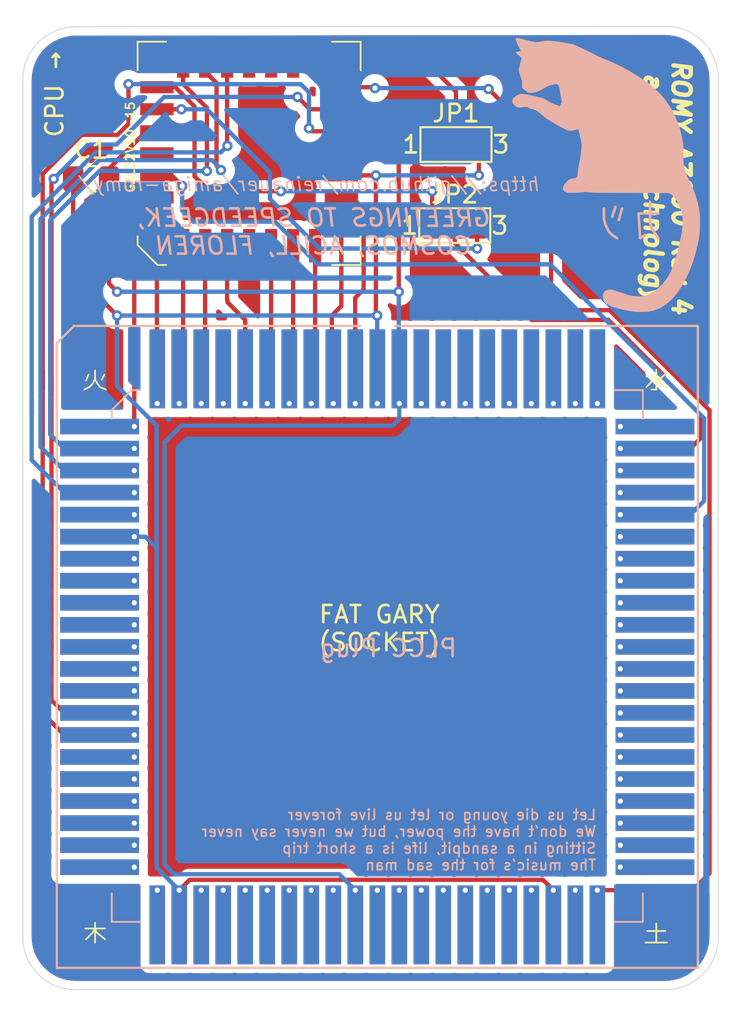
<source format=kicad_pcb>
(kicad_pcb (version 20210228) (generator pcbnew)
  (layers (0 "F.Cu" signal) (31 "B.Cu" signal) (34 "B.Paste" user) (35 "F.Paste" user) (36 "B.SilkS" user "B.Silkscreen") (37 "F.SilkS" user "F.Silkscreen") (38 "B.Mask" user) (39 "F.Mask" user) (44 "Edge.Cuts" user))
  (net 0 "")
  (net 1 "Net-(C1-Pad2)")
  (net 2 "Net-(C1-Pad1)")
  (net 3 "Net-(IC1-Pad25)")
  (net 4 "Net-(IC1-Pad24)")
  (net 5 "Net-(IC1-Pad23)")
  (net 9 "Net-(IC1-Pad19)")
  (net 10 "Net-(IC1-Pad18)")
  (net 11 "Net-(IC1-Pad17)")
  (net 12 "Net-(IC1-Pad16)")
  (net 14 "Net-(IC1-Pad13)")
  (net 15 "Net-(IC1-Pad12)")
  (net 16 "Net-(IC1-Pad11)")
  (net 17 "Net-(IC1-Pad10)")
  (net 18 "Net-(IC1-Pad9)")
  (net 20 "Net-(IC1-Pad7)")
  (net 21 "Net-(IC1-Pad6)")
  (net 22 "Net-(IC1-Pad5)")
  (net 23 "Net-(IC1-Pad26)")
  (net 24 "Net-(IC1-Pad27)")
  (net 25 "Net-(IC1-Pad4)")
  (net 26 "Net-(IC1-Pad3)")
  (net 27 "Net-(IC1-Pad2)")
  (net 39 "Net-(IC2-Pad73)")
  (footprint "Jumper:SolderJumper-3_P1.3mm_Open_Pad1.0x1.5mm_NumberLabels" (layer "F.Cu") (at 110.0836 37.6428)
    (fp_text reference "JP1")
    (fp_text value "SolderJumper_3_Open")
  )
  (footprint "Capacitor_SMD:C_0805_2012Metric_Pad1.18x1.45mm_HandSolder" (layer "F.Cu") (at 89.027 39.624)
    (fp_text reference "C1")
    (fp_text value "0.1uF")
  )
  (footprint "Jumper:SolderJumper-3_P1.3mm_Open_Pad1.0x1.5mm_NumberLabels" (layer "F.Cu") (at 110.012 42.3164)
    (fp_text reference "JP2")
    (fp_text value "SolderJumper_3_Open")
  )
  (footprint "Package_LCC:PLCC-28" (layer "F.Cu") (at 98.1456 38.1508 90)
    (fp_text reference "GAL22V10-15")
    (fp_text value "GAL22V10")
  )
  (footprint "amiga-romy:APW9328TH" (layer "B.Cu") (at 105.5418 66.5982 180)
    (fp_text reference " ")
    (fp_text value "FAT_GARY")
  )
  (gr_poly (pts (xy 118.389281 38.307346) (xy 118.392524 38.322583) (xy 118.397112 38.339933) (xy 118.402968 38.359227) (xy 118.410021 38.380291) (xy 118.427415 38.427044) (xy 118.448702 38.478818) (xy 118.473288 38.534238) (xy 118.50058 38.59193) (xy 118.529984 38.650519) (xy 118.560908 38.708631) (xy 118.589306 38.75896) (xy 118.620251 38.81146) (xy 118.654322 38.867027) (xy 118.692097 38.926559) (xy 118.734155 38.990953) (xy 118.781074 39.061105) (xy 118.833434 39.137914) (xy 118.891813 39.222275) (xy 118.905199 39.242076) (xy 118.91712 39.260764) (xy 118.927587 39.27838) (xy 118.936611 39.294969) (xy 118.944202 39.310574) (xy 118.950371 39.325239) (xy 118.95513 39.339007) (xy 118.958489 39.351921) (xy 118.960458 39.364024) (xy 118.96105 39.375361) (xy 118.960832 39.380756) (xy 118.960274 39.385974) (xy 118.959376 39.391023) (xy 118.958141 39.395908) (xy 118.95657 39.400633) (xy 118.954663 39.405204) (xy 118.952423 39.409627) (xy 118.94985 39.413908) (xy 118.946947 39.41805) (xy 118.943713 39.422061) (xy 118.936264 39.429708) (xy 118.932706 39.432769) (xy 118.927652 39.436364) (xy 118.921198 39.440452) (xy 118.91344 39.444988) (xy 118.904474 39.449929) (xy 118.894396 39.455232) (xy 118.871286 39.46675) (xy 118.844877 39.479194) (xy 118.815936 39.492216) (xy 118.785229 39.50547) (xy 118.753525 39.518609) (xy 118.682837 39.547065) (xy 118.60474 39.579573) (xy 118.463365 39.639611) (xy 118.327545 39.700113) (xy 118.179378 39.701347) (xy 118.14396 39.702097) (xy 118.111797 39.703412) (xy 118.082904 39.705276) (xy 118.057295 39.707675) (xy 118.034986 39.710596) (xy 118.01599 39.714022) (xy 118.000322 39.717941) (xy 117.993741 39.720081) (xy 117.987997 39.722338) (xy 117.976811 39.726792) (xy 117.965531 39.730889) (xy 117.954236 39.734617) (xy 117.943007 39.737965) (xy 117.931922 39.740922) (xy 117.921061 39.743477) (xy 117.910505 39.745621) (xy 117.900332 39.747341) (xy 117.890621 39.748627) (xy 117.881454 39.749468) (xy 117.872908 39.749853) (xy 117.865065 39.749771) (xy 117.858002 39.749213) (xy 117.851801 39.748165) (xy 117.84654 39.746619) (xy 117.842299 39.744562) (xy 117.840539 39.742647) (xy 117.839418 39.739468) (xy 117.838925 39.735056) (xy 117.839046 39.729444) (xy 117.841087 39.714744) (xy 117.845444 39.695617) (xy 117.852022 39.672317) (xy 117.860726 39.645093) (xy 117.871459 39.614197) (xy 117.884125 39.579882) (xy 117.89863 39.542397) (xy 117.914875 39.501995) (xy 117.952209 39.413445) (xy 117.995359 39.316242) (xy 118.043559 39.212398) (xy 118.065331 39.166057) (xy 118.087623 39.116938) (xy 118.1098 39.066545) (xy 118.131224 39.016385) (xy 118.15126 38.967961) (xy 118.169269 38.922778) (xy 118.184616 38.88234) (xy 118.196664 38.848154) (xy 118.219212 38.776982) (xy 118.244857 38.69202) (xy 118.297912 38.507525) (xy 118.34078 38.348265) (xy 118.353691 38.294847) (xy 118.358413 38.267835) (xy 118.358477 38.264665) (xy 118.358665 38.261862) (xy 118.35897 38.259419) (xy 118.359385 38.257328) (xy 118.359904 38.255578) (xy 118.360521 38.254164) (xy 118.361229 38.253075) (xy 118.362021 38.252304) (xy 118.362447 38.252035) (xy 118.362891 38.251842) (xy 118.363353 38.251725) (xy 118.363832 38.251682) (xy 118.364837 38.251813) (xy 118.365901 38.252229) (xy 118.367017 38.252921) (xy 118.368177 38.25388) (xy 118.369376 38.255099) (xy 118.370606 38.256568) (xy 118.371862 38.258279) (xy 118.373137 38.260224) (xy 118.374424 38.262396) (xy 118.375716 38.264784) (xy 118.377008 38.267381) (xy 118.378292 38.270179) (xy 118.379562 38.273169) (xy 118.380812 38.276343) (xy 118.382034 38.279692) (xy 118.383223 38.283208) (xy 118.384372 38.286883) (xy 118.385473 38.290708) (xy 118.386522 38.294676) (xy 118.38751 38.298777) (xy 118.388432 38.303003) (xy 118.389281 38.307346)) (layer "B.SilkS") (width 0.001234) (fill solid))
  (gr_poly (pts (xy 113.544231 31.51267) (xy 113.542459 31.515009) (xy 113.540844 31.517626) (xy 113.539388 31.520515) (xy 113.538089 31.523671) (xy 113.536946 31.52709) (xy 113.535959 31.530765) (xy 113.535127 31.534693) (xy 113.53445 31.538869) (xy 113.533556 31.547941) (xy 113.533271 31.557944) (xy 113.53359 31.568836) (xy 113.534508 31.580579) (xy 113.536019 31.593132) (xy 113.538118 31.606455) (xy 113.540799 31.620509) (xy 113.544058 31.635254) (xy 113.547887 31.65065) (xy 113.552283 31.666657) (xy 113.55724 31.683236) (xy 113.562752 31.700347) (xy 113.569312 31.717505) (xy 113.58027 31.743157) (xy 113.595048 31.776073) (xy 113.613067 31.815022) (xy 113.633749 31.858775) (xy 113.656514 31.906102) (xy 113.70598 32.006559) (xy 113.752976 32.101941) (xy 113.791176 32.180654) (xy 113.81641 32.234365) (xy 113.822864 32.249239) (xy 113.824321 32.253226) (xy 113.824513 32.254738) (xy 113.823467 32.255257) (xy 113.821291 32.255885) (xy 113.818045 32.256615) (xy 113.813787 32.257438) (xy 113.802462 32.259338) (xy 113.78778 32.261528) (xy 113.770205 32.263949) (xy 113.750198 32.266544) (xy 113.728224 32.269255) (xy 113.704745 32.272024) (xy 113.68033 32.274892) (xy 113.657992 32.277949) (xy 113.637698 32.281213) (xy 113.619414 32.284699) (xy 113.603105 32.288424) (xy 113.588737 32.292404) (xy 113.576275 32.296655) (xy 113.565685 32.301194) (xy 113.556932 32.306037) (xy 113.549983 32.3112) (xy 113.547174 32.313906) (xy 113.544802 32.316699) (xy 113.542865 32.31958) (xy 113.541357 32.322551) (xy 113.540273 32.325614) (xy 113.539611 32.328772) (xy 113.539365 32.332025) (xy 113.539531 32.335378) (xy 113.540105 32.33883) (xy 113.541083 32.342385) (xy 113.544231 32.349811) (xy 113.550538 32.359407) (xy 113.560425 32.37177) (xy 113.573534 32.386572) (xy 113.589511 32.403483) (xy 113.607998 32.422173) (xy 113.628638 32.442314) (xy 113.674957 32.48563) (xy 113.725617 32.530799) (xy 113.777767 32.575187) (xy 113.803511 32.596264) (xy 113.828557 32.616159) (xy 113.852552 32.634542) (xy 113.875137 32.651083) (xy 113.87523 32.652784) (xy 113.874606 32.656878) (xy 113.871355 32.671745) (xy 113.865674 32.694686) (xy 113.857851 32.724703) (xy 113.836938 32.80197) (xy 113.810931 32.895559) (xy 113.782243 32.997134) (xy 113.755523 33.096046) (xy 113.733665 33.180837) (xy 113.719562 33.240045) (xy 113.713082 33.273966) (xy 113.710541 33.288288) (xy 113.708469 33.301203) (xy 113.706866 33.312974) (xy 113.705736 33.323867) (xy 113.70508 33.334144) (xy 113.704899 33.344071) (xy 113.705196 33.353911) (xy 113.705973 33.363928) (xy 113.70723 33.374386) (xy 113.70897 33.38555) (xy 113.711195 33.397683) (xy 113.713907 33.41105) (xy 113.720797 33.44254) (xy 113.726862 33.466458) (xy 113.735517 33.497524) (xy 113.758919 33.57589) (xy 113.787645 33.667221) (xy 113.81834 33.761099) (xy 113.893658 33.983349) (xy 113.893658 34.177199) (xy 113.894892 34.371052) (xy 113.944281 34.42291) (xy 113.950081 34.428671) (xy 113.957226 34.435255) (xy 113.975149 34.450595) (xy 113.997239 34.468336) (xy 114.022686 34.487887) (xy 114.05068 34.508653) (xy 114.080409 34.530041) (xy 114.111065 34.551458) (xy 114.141837 34.572311) (xy 114.290003 34.671089) (xy 114.450517 34.662446) (xy 114.492837 34.659621) (xy 114.533548 34.655648) (xy 114.573151 34.650332) (xy 114.61215 34.643481) (xy 114.651048 34.634901) (xy 114.690348 34.624399) (xy 114.730552 34.61178) (xy 114.772163 34.596851) (xy 114.815683 34.579419) (xy 114.861617 34.559291) (xy 114.910466 34.536272) (xy 114.962734 34.51017) (xy 115.018923 34.48079) (xy 115.079536 34.44794) (xy 115.216045 34.371052) (xy 115.278102 34.33667) (xy 115.334906 34.307136) (xy 115.361904 34.293964) (xy 115.388267 34.281739) (xy 115.414221 34.270371) (xy 115.439993 34.259772) (xy 115.465808 34.249853) (xy 115.491892 34.240525) (xy 115.518472 34.231701) (xy 115.545774 34.22329) (xy 115.603446 34.207357) (xy 115.666719 34.192017) (xy 115.726798 34.179404) (xy 115.754042 34.174409) (xy 115.779484 34.170293) (xy 115.803167 34.16706) (xy 115.825137 34.164713) (xy 115.84544 34.163255) (xy 115.86412 34.162692) (xy 115.881223 34.163025) (xy 115.896794 34.164259) (xy 115.910879 34.166397) (xy 115.923522 34.169444) (xy 115.934768 34.173402) (xy 115.944664 34.178275) (xy 115.953254 34.184067) (xy 115.960583 34.190781) (xy 115.97171 34.203672) (xy 115.982402 34.218259) (xy 115.992661 34.234532) (xy 116.002486 34.252479) (xy 116.011877 34.272091) (xy 116.020833 34.293355) (xy 116.029356 34.316262) (xy 116.037444 34.340801) (xy 116.045098 34.36696) (xy 116.052319 34.394728) (xy 116.059105 34.424096) (xy 116.065457 34.455051) (xy 116.071375 34.487584) (xy 116.076859 34.521683) (xy 116.081909 34.557337) (xy 116.086524 34.594536) (xy 116.090127 34.622043) (xy 116.095206 34.655539) (xy 116.108749 34.735295) (xy 116.125071 34.823384) (xy 116.142087 34.90939) (xy 116.158736 34.985794) (xy 116.170871 35.045094) (xy 116.175318 35.069425) (xy 116.178723 35.090793) (xy 116.181116 35.109636) (xy 116.182524 35.126393) (xy 116.182977 35.141499) (xy 116.182505 35.155394) (xy 116.181135 35.168515) (xy 116.178897 35.181299) (xy 116.17582 35.194185) (xy 116.171932 35.207609) (xy 116.161843 35.237826) (xy 116.151125 35.266823) (xy 116.138151 35.298713) (xy 116.123904 35.331414) (xy 116.109367 35.362842) (xy 116.095524 35.390913) (xy 116.08336 35.413543) (xy 116.078215 35.422167) (xy 116.073859 35.428649) (xy 116.070414 35.432729) (xy 116.069072 35.433787) (xy 116.068004 35.434147) (xy 116.066769 35.433919) (xy 116.064492 35.43325) (xy 116.057045 35.430675) (xy 116.046126 35.426594) (xy 116.032197 35.421183) (xy 116.015721 35.414613) (xy 115.997161 35.40706) (xy 115.976981 35.398697) (xy 115.955644 35.389697) (xy 115.904306 35.369073) (xy 115.844056 35.346019) (xy 115.782185 35.323196) (xy 115.725986 35.303266) (xy 115.692921 35.290953) (xy 115.657323 35.276064) (xy 115.618746 35.258339) (xy 115.576738 35.237518) (xy 115.530854 35.213339) (xy 115.480642 35.185543) (xy 115.425656 35.15387) (xy 115.365447 35.118058) (xy 115.124676 34.976065) (xy 114.824638 34.901982) (xy 114.636406 34.856251) (xy 114.46707 34.817191) (xy 114.316545 34.784758) (xy 114.184743 34.758909) (xy 114.071578 34.739599) (xy 113.976963 34.726787) (xy 113.90081 34.720427) (xy 113.843034 34.720478) (xy 113.810424 34.724561) (xy 113.776277 34.732013) (xy 113.740965 34.742586) (xy 113.704861 34.756034) (xy 113.668337 34.772108) (xy 113.631766 34.790561) (xy 113.595521 34.811144) (xy 113.559974 34.83361) (xy 113.525498 34.85771) (xy 113.492465 34.883199) (xy 113.461247 34.909826) (xy 113.432219 34.937345) (xy 113.405751 34.965509) (xy 113.382217 34.994068) (xy 113.36199 35.022775) (xy 113.345441 35.051383) (xy 113.34084 35.060894) (xy 113.33676 35.070441) (xy 113.333202 35.080027) (xy 113.330166 35.089653) (xy 113.327653 35.099319) (xy 113.325663 35.109027) (xy 113.324197 35.118778) (xy 113.323255 35.128573) (xy 113.322837 35.138413) (xy 113.322944 35.1483) (xy 113.323577 35.158234) (xy 113.324735 35.168217) (xy 113.32642 35.178249) (xy 113.328632 35.188332) (xy 113.331371 35.198468) (xy 113.334637 35.208656) (xy 113.338432 35.218899) (xy 113.342755 35.229197) (xy 113.347607 35.239552) (xy 113.352989 35.249964) (xy 113.358901 35.260435) (xy 113.365343 35.270966) (xy 113.37982 35.292212) (xy 113.396424 35.313711) (xy 113.415159 35.335473) (xy 113.436028 35.357506) (xy 113.459035 35.379819) (xy 113.485152 35.403639) (xy 113.509673 35.424699) (xy 113.533117 35.443103) (xy 113.544596 35.451343) (xy 113.556 35.458957) (xy 113.567392 35.465961) (xy 113.578839 35.472366) (xy 113.590404 35.478187) (xy 113.602152 35.483435) (xy 113.614148 35.488124) (xy 113.626457 35.492268) (xy 113.639142 35.495879) (xy 113.652269 35.49897) (xy 113.665903 35.501555) (xy 113.680108 35.503647) (xy 113.694949 35.505258) (xy 113.710489 35.506403) (xy 113.726796 35.507093) (xy 113.743931 35.507343) (xy 113.780951 35.506571) (xy 113.822065 35.504194) (xy 113.867791 35.500316) (xy 113.918647 35.495041) (xy 113.975149 35.488475) (xy 114.041159 35.481529) (xy 114.069573 35.479164) (xy 114.095303 35.477594) (xy 114.118632 35.476863) (xy 114.13984 35.477015) (xy 114.159211 35.478093) (xy 114.177026 35.48014) (xy 114.193569 35.483201) (xy 114.20912 35.487317) (xy 114.223962 35.492534) (xy 114.238377 35.498893) (xy 114.252647 35.506439) (xy 114.267055 35.515214) (xy 114.281883 35.525264) (xy 114.297412 35.536629) (xy 114.305149 35.54261) (xy 114.312658 35.548072) (xy 114.32 35.553046) (xy 114.327238 35.557562) (xy 114.334432 35.561651) (xy 114.341645 35.565344) (xy 114.348937 35.568671) (xy 114.35637 35.571664) (xy 114.364005 35.574354) (xy 114.371905 35.57677) (xy 114.38013 35.578943) (xy 114.388743 35.580905) (xy 114.397804 35.582687) (xy 114.407374 35.584318) (xy 114.417517 35.585829) (xy 114.428292 35.587253) (xy 114.452289 35.59052) (xy 114.476555 35.594753) (xy 114.501042 35.599933) (xy 114.5257 35.606044) (xy 114.550482 35.613066) (xy 114.575338 35.620981) (xy 114.600219 35.629772) (xy 114.625076 35.63942) (xy 114.649861 35.649907) (xy 114.674525 35.661216) (xy 114.699019 35.673327) (xy 114.723295 35.686224) (xy 114.747302 35.699887) (xy 114.770993 35.714299) (xy 114.794318 35.729442) (xy 114.81723 35.745298) (xy 114.832018 35.756581) (xy 114.851725 35.772365) (xy 114.875484 35.791939) (xy 114.902426 35.814596) (xy 114.931683 35.839626) (xy 114.962387 35.866319) (xy 114.99367 35.893968) (xy 115.024663 35.921863) (xy 115.057183 35.950893) (xy 115.091975 35.980936) (xy 115.127953 36.011153) (xy 115.164032 36.040704) (xy 115.199128 36.068751) (xy 115.232154 36.094453) (xy 115.262027 36.116973) (xy 115.287659 36.135469) (xy 115.433957 36.231498) (xy 115.611176 36.339739) (xy 115.806018 36.452957) (xy 116.005187 36.563918) (xy 116.195385 36.665387) (xy 116.363314 36.750129) (xy 116.495678 36.81091) (xy 116.544367 36.830055) (xy 116.579178 36.840495) (xy 116.593211 36.842927) (xy 116.608906 36.84467) (xy 116.626247 36.845729) (xy 116.645217 36.84611) (xy 116.6658 36.845818) (xy 116.687981 36.844858) (xy 116.711743 36.843237) (xy 116.737069 36.840959) (xy 116.763943 36.838029) (xy 116.792349 36.834455) (xy 116.853692 36.82539) (xy 116.920967 36.813807) (xy 116.994045 36.79975) (xy 117.023977 36.79363) (xy 117.052231 36.78829) (xy 117.07817 36.783819) (xy 117.101157 36.780303) (xy 117.120556 36.777829) (xy 117.13573 36.776483) (xy 117.146042 36.776353) (xy 117.149175 36.776771) (xy 117.150855 36.777525) (xy 117.159023 36.804171) (xy 117.175453 36.870535) (xy 117.223549 37.079878) (xy 117.276044 37.320475) (xy 117.297973 37.425906) (xy 117.313838 37.507246) (xy 117.317878 37.529914) (xy 117.321613 37.554783) (xy 117.324972 37.58104) (xy 117.327883 37.607876) (xy 117.330273 37.63448) (xy 117.33207 37.660043) (xy 117.333201 37.683753) (xy 117.333594 37.704801) (xy 117.331742 37.765843) (xy 117.326417 37.842396) (xy 117.317967 37.931566) (xy 117.306739 38.03046) (xy 117.293079 38.136183) (xy 117.277337 38.245841) (xy 117.259858 38.356542) (xy 117.240989 38.46539) (xy 117.180488 38.804939) (xy 117.162315 38.912823) (xy 117.144373 39.029041) (xy 117.128746 39.139703) (xy 117.117517 39.230918) (xy 117.105197 39.339135) (xy 117.099354 39.383145) (xy 117.093267 39.421104) (xy 117.086594 39.453521) (xy 117.078993 39.480906) (xy 117.074737 39.492871) (xy 117.070122 39.503769) (xy 117.065104 39.513665) (xy 117.05964 39.522621) (xy 117.053687 39.530702) (xy 117.047204 39.537971) (xy 117.040147 39.544493) (xy 117.032473 39.55033) (xy 117.02414 39.555547) (xy 117.015106 39.560207) (xy 117.005326 39.564375) (xy 116.994759 39.568113) (xy 116.971091 39.574557) (xy 116.943761 39.58005) (xy 116.876746 39.590222) (xy 116.842751 39.59526) (xy 116.811 39.600722) (xy 116.781278 39.606712) (xy 116.753371 39.613335) (xy 116.727062 39.620695) (xy 116.702137 39.628899) (xy 116.67838 39.63805) (xy 116.655577 39.648254) (xy 116.633511 39.659615) (xy 116.611969 39.672239) (xy 116.590733 39.686231) (xy 116.56959 39.701694) (xy 116.548324 39.718735) (xy 116.52672 39.737458) (xy 116.504562 39.757968) (xy 116.481635 39.780369) (xy 116.452243 39.810402) (xy 116.424756 39.840692) (xy 116.39923 39.87112) (xy 116.375719 39.901565) (xy 116.354278 39.931909) (xy 116.334959 39.962033) (xy 116.317818 39.991816) (xy 116.302909 40.02114) (xy 116.290287 40.049885) (xy 116.280004 40.077933) (xy 116.272117 40.105162) (xy 116.266678 40.131455) (xy 116.263743 40.156692) (xy 116.263365 40.180752) (xy 116.264152 40.192305) (xy 116.265598 40.203518) (xy 116.267712 40.214378) (xy 116.270498 40.22487) (xy 116.274947 40.23784) (xy 116.280393 40.250784) (xy 116.28679 40.263649) (xy 116.294093 40.276381) (xy 116.302257 40.288924) (xy 116.311237 40.301224) (xy 116.320987 40.313229) (xy 116.331462 40.324882) (xy 116.342618 40.33613) (xy 116.354409 40.346919) (xy 116.366789 40.357194) (xy 116.379713 40.366901) (xy 116.393137 40.375986) (xy 116.407014 40.384394) (xy 116.421301 40.392072) (xy 116.435951 40.398965) (xy 116.44703 40.403978) (xy 116.457443 40.40839) (xy 116.467682 40.412237) (xy 116.472891 40.413961) (xy 116.47824 40.415557) (xy 116.483792 40.41703) (xy 116.489608 40.418384) (xy 116.49575 40.419625) (xy 116.502279 40.420756) (xy 116.509256 40.421782) (xy 116.516743 40.422708) (xy 116.524802 40.423538) (xy 116.533494 40.424277) (xy 116.553023 40.425499) (xy 116.575822 40.426409) (xy 116.602383 40.427044) (xy 116.633198 40.427441) (xy 116.668759 40.427635) (xy 116.709557 40.427663) (xy 116.808837 40.427364) (xy 116.894349 40.427057) (xy 116.969023 40.426071) (xy 117.035102 40.424303) (xy 117.09483 40.421653) (xy 117.150447 40.418019) (xy 117.204199 40.4133) (xy 117.258326 40.407394) (xy 117.315073 40.4002) (xy 117.512629 40.373036) (xy 117.765747 40.4002) (xy 117.853995 40.408824) (xy 117.899786 40.412376) (xy 117.951071 40.41548) (xy 118.011139 40.418178) (xy 118.083278 40.420515) (xy 118.170776 40.422534) (xy 118.276921 40.424277) (xy 118.558308 40.427113) (xy 118.953742 40.42937) (xy 120.191976 40.433537) (xy 122.365087 40.440946) (xy 122.436701 40.475519) (xy 122.463124 40.489587) (xy 122.489585 40.505824) (xy 122.51605 40.524169) (xy 122.542487 40.544562) (xy 122.56886 40.566942) (xy 122.595136 40.59125) (xy 122.62128 40.617426) (xy 122.64726 40.645409) (xy 122.698588 40.706556) (xy 122.748849 40.77421) (xy 122.797772 40.847891) (xy 122.845085 40.927118) (xy 122.890518 41.011409) (xy 122.933797 41.100283) (xy 122.974654 41.193259) (xy 123.012815 41.289856) (xy 123.04801 41.389593) (xy 123.079967 41.491989) (xy 123.108416 41.596562) (xy 123.133084 41.702832) (xy 123.143704 41.758354) (xy 123.152406 41.815771) (xy 123.159183 41.875271) (xy 123.16403 41.937043) (xy 123.166937 42.001275) (xy 123.167898 42.068155) (xy 123.166905 42.137871) (xy 123.163953 42.210611) (xy 123.159032 42.286564) (xy 123.152136 42.365916) (xy 123.143258 42.448857) (xy 123.13239 42.535575) (xy 123.119526 42.626257) (xy 123.104657 42.721092) (xy 123.068879 42.923972) (xy 123.013189 43.198413) (xy 122.947702 43.482954) (xy 122.874779 43.76952) (xy 122.796777 44.050039) (xy 122.716055 44.316435) (xy 122.63497 44.560635) (xy 122.555883 44.774565) (xy 122.481151 44.950151) (xy 122.419761 45.073444) (xy 122.35217 45.194325) (xy 122.278923 45.312265) (xy 122.20056 45.426735) (xy 122.117625 45.537204) (xy 122.03066 45.643142) (xy 121.940209 45.744019) (xy 121.846812 45.839306) (xy 121.751014 45.928472) (xy 121.653356 46.010988) (xy 121.554382 46.086323) (xy 121.454634 46.153948) (xy 121.354654 46.213332) (xy 121.254985 46.263946) (xy 121.15617 46.30526) (xy 121.058751 46.336744) (xy 120.999602 46.351562) (xy 120.938498 46.364072) (xy 120.875625 46.374282) (xy 120.81117 46.382198) (xy 120.745318 46.387828) (xy 120.678257 46.391179) (xy 120.610171 46.392258) (xy 120.541248 46.391073) (xy 120.471674 46.38763) (xy 120.401635 46.381938) (xy 120.331318 46.374002) (xy 120.260908 46.363832) (xy 120.190593 46.351433) (xy 120.120557 46.336812) (xy 120.050989 46.319978) (xy 119.982073 46.300938) (xy 119.917038 46.280951) (xy 119.831282 46.253092) (xy 119.736035 46.221066) (xy 119.642524 46.188577) (xy 119.476249 46.13035) (xy 119.339303 46.08461) (xy 119.227216 46.050301) (xy 119.179097 46.037103) (xy 119.135516 46.026366) (xy 119.095915 46.017959) (xy 119.059733 46.01175) (xy 119.026413 46.007606) (xy 118.995395 46.005396) (xy 118.96612 46.004987) (xy 118.938031 46.006247) (xy 118.910567 46.009045) (xy 118.88317 46.013248) (xy 118.864289 46.017003) (xy 118.846485 46.020883) (xy 118.82968 46.02493) (xy 118.813794 46.029184) (xy 118.798747 46.033683) (xy 118.78446 46.038468) (xy 118.770853 46.043579) (xy 118.757846 46.049055) (xy 118.74536 46.054936) (xy 118.733316 46.061262) (xy 118.721633 46.068073) (xy 118.710232 46.075408) (xy 118.699034 46.083308) (xy 118.687959 46.091811) (xy 118.676927 46.100959) (xy 118.665859 46.11079) (xy 118.653136 46.122635) (xy 118.641341 46.13459) (xy 118.630446 46.146708) (xy 118.620425 46.159041) (xy 118.611251 46.171642) (xy 118.602895 46.184562) (xy 118.595332 46.197856) (xy 118.588534 46.211574) (xy 118.582475 46.22577) (xy 118.577125 46.240496) (xy 118.57246 46.255805) (xy 118.568451 46.271748) (xy 118.565071 46.288378) (xy 118.562294 46.305748) (xy 118.560092 46.323911) (xy 118.558438 46.342918) (xy 118.557292 46.37163) (xy 118.557546 46.400311) (xy 118.559181 46.428902) (xy 118.562181 46.457342) (xy 118.566526 46.485573) (xy 118.572198 46.513534) (xy 118.579181 46.541166) (xy 118.587454 46.568409) (xy 118.597001 46.595204) (xy 118.607803 46.62149) (xy 118.619842 46.647209) (xy 118.6331 46.6723) (xy 118.647559 46.696703) (xy 118.663201 46.72036) (xy 118.680008 46.74321) (xy 118.697962 46.765193) (xy 118.714132 46.782155) (xy 118.733852 46.799448) (xy 118.783437 46.834863) (xy 118.845712 46.871125) (xy 118.919672 46.907919) (xy 119.004309 46.94493) (xy 119.09862 46.981844) (xy 119.201597 47.018344) (xy 119.312236 47.054118) (xy 119.429531 47.08885) (xy 119.552476 47.122226) (xy 119.680066 47.15393) (xy 119.811295 47.183649) (xy 119.945158 47.211066) (xy 120.080648 47.235869) (xy 120.216761 47.257741) (xy 120.35249 47.276368) (xy 120.429513 47.283256) (xy 120.532277 47.288176) (xy 120.651681 47.291127) (xy 120.778623 47.292111) (xy 120.904003 47.291127) (xy 121.018719 47.288176) (xy 121.113669 47.283256) (xy 121.179754 47.276368) (xy 121.283433 47.258183) (xy 121.383531 47.23686) (xy 121.480345 47.212241) (xy 121.57417 47.184169) (xy 121.665305 47.152488) (xy 121.754044 47.117039) (xy 121.840686 47.077665) (xy 121.925526 47.034209) (xy 122.008861 46.986513) (xy 122.090988 46.934421) (xy 122.172204 46.877774) (xy 122.252804 46.816415) (xy 122.333087 46.750188) (xy 122.413347 46.678934) (xy 122.493883 46.602497) (xy 122.57499 46.520719) (xy 122.663212 46.425271) (xy 122.750033 46.323756) (xy 122.835382 46.216302) (xy 122.919188 46.103035) (xy 123.00138 45.984081) (xy 123.081889 45.859568) (xy 123.160643 45.729621) (xy 123.237572 45.594368) (xy 123.312606 45.453934) (xy 123.385674 45.308447) (xy 123.456705 45.158034) (xy 123.525629 45.00282) (xy 123.592375 44.842932) (xy 123.656874 44.678498) (xy 123.719053 44.509643) (xy 123.778843 44.336494) (xy 123.846662 44.126396) (xy 123.907679 43.920451) (xy 123.962157 43.717602) (xy 124.010354 43.516793) (xy 124.052532 43.316968) (xy 124.088952 43.117071) (xy 124.119873 42.916046) (xy 124.145556 42.712835) (xy 124.154228 42.608525) (xy 124.160759 42.479125) (xy 124.16509 42.33323) (xy 124.167164 42.179435) (xy 124.166923 42.026335) (xy 124.164309 41.882523) (xy 124.159264 41.756596) (xy 124.15173 41.657148) (xy 124.136983 41.534539) (xy 124.119528 41.41329) (xy 124.099263 41.293083) (xy 124.076084 41.173599) (xy 124.049888 41.054521) (xy 124.020572 40.93553) (xy 123.988033 40.816306) (xy 123.952168 40.696534) (xy 123.912874 40.575893) (xy 123.870047 40.454065) (xy 123.823585 40.330733) (xy 123.773384 40.205577) (xy 123.719342 40.07828) (xy 123.661355 39.948523) (xy 123.533134 39.680357) (xy 123.483297 39.579139) (xy 123.438702 39.484813) (xy 123.399062 39.39605) (xy 123.364093 39.311522) (xy 123.333508 39.229903) (xy 123.307021 39.149865) (xy 123.284347 39.070081) (xy 123.265199 38.989221) (xy 123.249293 38.90596) (xy 123.236343 38.81897) (xy 123.226062 38.726922) (xy 123.218164 38.62849) (xy 123.212365 38.522345) (xy 123.208378 38.407161) (xy 123.204698 38.144363) (xy 123.202422 37.881) (xy 123.200488 37.788828) (xy 123.197598 37.714525) (xy 123.193436 37.65174) (xy 123.187682 37.59412) (xy 123.180018 37.535314) (xy 123.170125 37.46897) (xy 123.133945 37.262724) (xy 123.090317 37.059032) (xy 123.039375 36.858162) (xy 122.981252 36.660381) (xy 122.916082 36.465957) (xy 122.844 36.275157) (xy 122.765139 36.08825) (xy 122.679632 35.905503) (xy 122.587615 35.727183) (xy 122.48922 35.553559) (xy 122.384581 35.384897) (xy 122.273833 35.221467) (xy 122.157109 35.063534) (xy 122.034543 34.911368) (xy 121.906269 34.765235) (xy 121.77242 34.625404) (xy 121.685174 34.54103) (xy 121.590894 34.454813) (xy 121.490042 34.367079) (xy 121.383078 34.278158) (xy 121.270463 34.188376) (xy 121.15266 34.09806) (xy 121.030128 34.007538) (xy 120.90333 33.917137) (xy 120.772727 33.827184) (xy 120.638779 33.738008) (xy 120.501948 33.649935) (xy 120.362696 33.563292) (xy 120.221482 33.478408) (xy 120.07877 33.395609) (xy 119.935019 33.315222) (xy 119.790691 33.237576) (xy 119.650278 33.164233) (xy 119.511702 33.094406) (xy 119.372518 33.026981) (xy 119.230282 32.960844) (xy 119.082547 32.894881) (xy 118.926868 32.827977) (xy 118.7608 32.759018) (xy 118.581898 32.68689) (xy 118.457133 32.634897) (xy 118.334799 32.581167) (xy 118.278921 32.555568) (xy 118.228902 32.531836) (xy 118.186495 32.510737) (xy 118.153449 32.493038) (xy 118.011883 32.417006) (xy 117.831901 32.325348) (xy 117.419253 32.124783) (xy 117.21787 32.030693) (xy 117.040637 31.95061) (xy 116.903194 31.891941) (xy 116.821184 31.862095) (xy 116.705127 31.835366) (xy 116.546053 31.804758) (xy 116.358127 31.772414) (xy 116.155514 31.740476) (xy 115.952381 31.711083) (xy 115.762892 31.686379) (xy 115.601213 31.668504) (xy 115.48151 31.659601) (xy 115.417884 31.657676) (xy 115.358424 31.657633) (xy 115.329353 31.658398) (xy 115.300238 31.659731) (xy 115.270718 31.661665) (xy 115.240431 31.664231) (xy 115.17611 31.671394) (xy 115.10438 31.681479) (xy 115.022348 31.694748) (xy 114.92712 31.71146) (xy 114.892268 31.717749) (xy 114.856895 31.723576) (xy 114.821986 31.728823) (xy 114.788523 31.733376) (xy 114.757491 31.737119) (xy 114.729873 31.739936) (xy 114.706655 31.741711) (xy 114.688819 31.742328) (xy 114.678026 31.741906) (xy 114.664578 31.74063) (xy 114.648395 31.738486) (xy 114.629398 31.73546) (xy 114.582642 31.726701) (xy 114.523675 31.714238) (xy 114.451858 31.697955) (xy 114.366556 31.677736) (xy 114.267132 31.653466) (xy 114.152949 31.625029) (xy 113.843574 31.547917) (xy 113.74005 31.523823) (xy 113.664308 31.508194) (xy 113.611601 31.500147) (xy 113.592402 31.49869) (xy 113.577183 31.498799) (xy 113.565349 31.500361) (xy 113.556308 31.503267) (xy 113.549467 31.507407) (xy 113.544231 31.51267)) (layer "B.SilkS") (width 0.001234) (fill solid))
  (gr_arc (start 122.174 33.870708) (end 125.222 33.870709) (angle -90) (layer "Edge.Cuts") (width 0.05))
  (gr_line (start 88.134262 30.857262) (end 122.174001 30.822708) (layer "Edge.Cuts") (width 0.05))
  (gr_arc (start 88.134261 33.905262) (end 88.134262 30.857262) (angle -90) (layer "Edge.Cuts") (width 0.05))
  (gr_arc (start 122.174001 83.312) (end 122.174 86.36) (angle -90) (layer "Edge.Cuts") (width 0.05))
  (gr_line (start 85.086261 33.905261) (end 85.086261 83.315738) (layer "Edge.Cuts") (width 0.05))
  (gr_line (start 88.13426 86.36) (end 122.174 86.36) (layer "Edge.Cuts") (width 0.05))
  (gr_arc (start 88.134261 83.315739) (end 85.086261 83.315738) (angle -90) (layer "Edge.Cuts") (width 0.05))
  (gr_line (start 125.222 33.870709) (end 125.222 83.312) (layer "Edge.Cuts") (width 0.05))
  (gr_text "金" (at 105.791 69.088) (layer "F.Cu") (effects (font (size 1 1) (thickness 0.1))))
  (gr_text "カツ" (at 120.142 42.3164) (layer "B.SilkS") (effects (font (size 2 2)) (justify mirror)))
  (gr_text "PLCC Plug" (at 106.172 66.675) (layer "B.SilkS") (effects (font (size 1 1)) (justify mirror)))
  (gr_text "GREETINGS TO SPEEDGEEK,\nCOSMOS, ACILL, FLOREN" (at 101.9048 42.672) (layer "B.SilkS") (effects (font (size 1 1) (thickness 0.15) italic) (justify mirror)))
  (gr_text "https://github.com/reinauer/amiga-romy/" (at 101.6508 39.9288) (layer "B.SilkS") (effects (font (size 0.8 0.8) (thickness 0.1) italic) (justify mirror)))
  (gr_text "Let us die young or let us live forever\nWe don't have the power, but we never say never\nSitting in a sandpit, life is a short trip\nThe music's for the sad man\n" (at 118.237 77.724) (layer "B.SilkS") (effects (font (size 0.6 0.6) (thickness 0.1)) (justify left mirror)))
  (gr_text "ROMY A3000 Rev 4\namiga.technology" (at 122.2756 40.132 270) (layer "F.SilkS") (effects (font (size 1 1) (thickness 0.25) italic)))
  (gr_text "火\n" (at 89.281 51.308) (layer "F.SilkS") (effects (font (size 1 1) (thickness 0.1))))
  (gr_text "CPU →" (at 86.9188 34.6964 90) (layer "F.SilkS") (effects (font (size 1 1))))
  (gr_text "FAT GARY\n(SOCKET)" (at 105.664 65.532) (layer "F.SilkS") (effects (font (size 1 1))))
  (gr_text "木" (at 89.281 83.185) (layer "F.SilkS") (effects (font (size 1 1) (thickness 0.1))))
  (gr_text "土" (at 121.666 83.185) (layer "F.SilkS") (effects (font (size 1 1) (thickness 0.1))))
  (gr_text "水\n" (at 121.666 51.308) (layer "F.SilkS") (effects (font (size 1 1) (thickness 0.1))))
  (segment (start 90.5256 46.1264) (end 90.58452 46.06748) (width 0.25) (layer "F.Cu") (net 1))
  (segment (start 106.7816 38.7096) (end 106.7816 46.1264) (width 0.25) (layer "F.Cu") (net 1))
  (segment (start 107.8484 37.6428) (end 108.7836 37.6428) (width 0.25) (layer "F.Cu") (net 1))
  (segment (start 90.0645 39.0269) (end 90.0645 39.624) (width 0.25) (layer "F.Cu") (net 1))
  (segment (start 90.0645 45.6653) (end 90.0645 39.624) (width 0.25) (layer "F.Cu") (net 1))
  (segment (start 92.8231 36.8808) (end 92.2106 36.8808) (width 0.25) (layer "F.Cu") (net 1))
  (segment (start 107.8484 37.6428) (end 106.7816 38.7096) (width 0.25) (layer "F.Cu") (net 1))
  (segment (start 90.5256 46.1264) (end 90.0645 45.6653) (width 0.25) (layer "F.Cu") (net 1))
  (segment (start 92.2106 36.8808) (end 90.0645 39.0269) (width 0.25) (layer "F.Cu") (net 1))
  (via (at 90.5256 46.1264) (size 0.6) (drill 0.3) (layers "F.Cu" "B.Cu") (net 1))
  (via (at 106.7816 46.1264) (size 0.6) (drill 0.3) (layers "F.Cu" "B.Cu") (net 1))
  (segment (start 106.8118 52.5732) (end 106.8118 48.53408) (width 0.25) (layer "B.Cu") (net 1))
  (segment (start 105.156 53.848) (end 105.5624 53.848) (width 0.25) (layer "B.Cu") (net 1))
  (segment (start 106.426 53.848) (end 105.156 53.848) (width 0.25) (layer "B.Cu") (net 1))
  (segment (start 94.234 53.848) (end 105.156 53.848) (width 0.25) (layer "B.Cu") (net 1))
  (segment (start 106.8118 52.5732) (end 106.8118 53.4622) (width 0.25) (layer "B.Cu") (net 1))
  (segment (start 93.2688 76.708) (end 93.2688 54.8132) (width 0.25) (layer "B.Cu") (net 1))
  (segment (start 106.7816 46.1264) (end 106.7816 52.543) (width 0.25) (layer "B.Cu") (net 1))
  (segment (start 93.829518 79.7052) (end 93.2688 79.144482) (width 0.25) (layer "B.Cu") (net 1))
  (segment (start 106.8118 53.4622) (end 106.426 53.848) (width 0.25) (layer "B.Cu") (net 1))
  (segment (start 104.2718 80.6232) (end 103.3538 79.7052) (width 0.25) (layer "B.Cu") (net 1))
  (segment (start 103.3538 79.7052) (end 93.829518 79.7052) (width 0.25) (layer "B.Cu") (net 1))
  (segment (start 93.2688 79.144482) (end 93.2688 76.708) (width 0.25) (layer "B.Cu") (net 1))
  (segment (start 106.7816 52.543) (end 106.8118 52.5732) (width 0.25) (layer "B.Cu") (net 1))
  (segment (start 93.6752 54.4068) (end 94.234 53.848) (width 0.25) (layer "B.Cu") (net 1))
  (segment (start 93.2688 54.8132) (end 93.6752 54.4068) (width 0.25) (layer "B.Cu") (net 1))
  (segment (start 90.5256 46.1264) (end 106.7816 46.1264) (width 0.25) (layer "B.Cu") (net 1))
  (segment (start 111.4044 37.6636) (end 111.3836 37.6428) (width 0.25) (layer "F.Cu") (net 2))
  (segment (start 111.4044 39.4208) (end 111.4044 37.6636) (width 0.25) (layer "F.Cu") (net 2))
  (segment (start 103.4681 39.4208) (end 105.4608 39.4208) (width 0.25) (layer "F.Cu") (net 2))
  (segment (start 115.7018 80.6232) (end 115.102289 80.023689) (width 0.25) (layer "F.Cu") (net 2))
  (segment (start 105.4608 47.4218) (end 105.537 47.498) (width 0.25) (layer "F.Cu") (net 2))
  (segment (start 104.0806 39.4208) (end 103.4681 39.4208) (width 0.25) (layer "F.Cu") (net 2))
  (segment (start 90.5256 47.498) (end 89.6493 46.6217) (width 0.25) (layer "F.Cu") (net 2))
  (segment (start 105.4608 39.4208) (end 105.4608 47.4218) (width 0.25) (layer "F.Cu") (net 2))
  (segment (start 87.9895 44.9619) (end 87.9895 39.624) (width 0.25) (layer "F.Cu") (net 2))
  (segment (start 115.102289 80.023689) (end 94.711311 80.023689) (width 0.25) (layer "F.Cu") (net 2))
  (segment (start 89.6493 46.6217) (end 87.9895 44.9619) (width 0.25) (layer "F.Cu") (net 2))
  (segment (start 94.711311 80.023689) (end 94.1118 80.6232) (width 0.25) (layer "F.Cu") (net 2))
  (segment (start 89.6493 46.6217) (end 89.535 46.5074) (width 0.25) (layer "F.Cu") (net 2))
  (via (at 105.537 47.498) (size 0.6) (drill 0.3) (layers "F.Cu" "B.Cu") (net 2))
  (via (at 105.4608 39.4208) (size 0.6) (drill 0.3) (layers "F.Cu" "B.Cu") (net 2))
  (via (at 111.4044 39.4208) (size 0.6) (drill 0.3) (layers "F.Cu" "B.Cu") (net 2))
  (via (at 90.5256 47.498) (size 0.6) (drill 0.3) (layers "F.Cu" "B.Cu") (net 2))
  (segment (start 91.5168 60.2482) (end 92.1506 60.2482) (width 0.25) (layer "B.Cu") (net 2))
  (segment (start 92.8116 60.9092) (end 92.8116 61.9506) (width 0.25) (layer "B.Cu") (net 2))
  (segment (start 90.5256 47.498) (end 90.5256 51.56612) (width 0.25) (layer "B.Cu") (net 2))
  (segment (start 92.8116 53.85212) (end 92.8116 61.9506) (width 0.25) (layer "B.Cu") (net 2))
  (segment (start 105.537 52.5684) (end 105.5418 52.5732) (width 0.25) (layer "B.Cu") (net 2))
  (segment (start 92.8116 61.9506) (end 92.8116 79.323) (width 0.25) (layer "B.Cu") (net 2))
  (segment (start 90.5256 51.56612) (end 92.8116 53.85212) (width 0.25) (layer "B.Cu") (net 2))
  (segment (start 105.5418 52.5732) (end 105.5418 52.61232) (width 0.25) (layer "B.Cu") (net 2))
  (segment (start 105.537 47.498) (end 104.013 47.498) (width 0.25) (layer "B.Cu") (net 2))
  (segment (start 104.013 47.498) (end 90.5256 47.498) (width 0.25) (layer "B.Cu") (net 2))
  (segment (start 105.537 47.498) (end 105.537 52.5684) (width 0.25) (layer "B.Cu") (net 2))
  (segment (start 105.5418 52.5732) (end 105.5418 48.53408) (width 0.25) (layer "B.Cu") (net 2))
  (segment (start 92.1506 60.2482) (end 92.8116 60.9092) (width 0.25) (layer "B.Cu") (net 2))
  (segment (start 104.50572 47.498) (end 104.013 47.498) (width 0.25) (layer "B.Cu") (net 2))
  (segment (start 111.4044 39.4208) (end 105.4608 39.4208) (width 0.25) (layer "B.Cu") (net 2))
  (segment (start 92.8116 79.323) (end 94.1118 80.6232) (width 0.25) (layer "B.Cu") (net 2))
  (segment (start 105.5418 52.61232) (end 105.5624 52.63292) (width 0.25) (layer "B.Cu") (net 2))
  (segment (start 91.5168 60.2482) (end 91.55592 60.2482) (width 0.25) (layer "B.Cu") (net 2))
  (segment (start 94.3356 34.152405) (end 94.3356 32.8283) (width 0.25) (layer "F.Cu") (net 3))
  (segment (start 94.3356 34.1376) (end 94.3356 32.8283) (width 0.25) (layer "F.Cu") (net 3))
  (segment (start 95.7072 39.1668) (end 95.7072 35.524005) (width 0.25) (layer "F.Cu") (net 3))
  (segment (start 95.7072 35.524005) (end 94.3356 34.152405) (width 0.25) (layer "F.Cu") (net 3))
  (via (at 95.7072 39.1668) (size 0.6) (drill 0.3) (layers "F.Cu" "B.Cu") (net 3))
  (segment (start 89.5096 39.1668) (end 86.6648 42.0116) (width 0.25) (layer "B.Cu") (net 3))
  (segment (start 86.6648 42.0116) (end 86.6648 54.35532) (width 0.25) (layer "B.Cu") (net 3))
  (segment (start 86.6648 54.35532) (end 87.47768 55.1682) (width 0.25) (layer "B.Cu") (net 3))
  (segment (start 95.7072 39.1668) (end 89.5096 39.1668) (width 0.25) (layer "B.Cu") (net 3))
  (segment (start 87.47768 55.1682) (end 91.5168 55.1682) (width 0.25) (layer "B.Cu") (net 3))
  (segment (start 96.266 34.1012) (end 96.266 38.862) (width 0.25) (layer "F.Cu") (net 4))
  (segment (start 95.6056 33.4408) (end 96.266 34.1012) (width 0.25) (layer "F.Cu") (net 4))
  (segment (start 95.6056 32.8283) (end 95.6056 33.4408) (width 0.25) (layer "F.Cu") (net 4))
  (segment (start 95.6056 32.2158) (end 95.6056 32.8283) (width 0.25) (layer "F.Cu") (net 4))
  (segment (start 96.266 38.862) (end 96.52 39.116) (width 0.25) (layer "F.Cu") (net 4))
  (via (at 96.52 39.116) (size 0.6) (drill 0.3) (layers "F.Cu" "B.Cu") (net 4))
  (segment (start 96.006966 38.542289) (end 89.498394 38.542289) (width 0.25) (layer "B.Cu") (net 4))
  (segment (start 96.52 39.055323) (end 96.006966 38.542289) (width 0.25) (layer "B.Cu") (net 4))
  (segment (start 96.52 39.116) (end 96.52 39.055323) (width 0.25) (layer "B.Cu") (net 4))
  (segment (start 86.106 55.06652) (end 87.47768 56.4382) (width 0.25) (layer "B.Cu") (net 4))
  (segment (start 87.47768 56.4382) (end 91.5168 56.4382) (width 0.25) (layer "B.Cu") (net 4))
  (segment (start 86.106 41.934683) (end 86.106 55.06652) (width 0.25) (layer "B.Cu") (net 4))
  (segment (start 89.498394 38.542289) (end 86.106 41.934683) (width 0.25) (layer "B.Cu") (net 4))
  (segment (start 96.8756 37.7041) (end 96.8905 37.719) (width 0.25) (layer "F.Cu") (net 5))
  (segment (start 96.8756 32.8283) (end 96.8756 37.7041) (width 0.25) (layer "F.Cu") (net 5))
  (via (at 96.8905 37.719) (size 0.6) (drill 0.3) (layers "F.Cu" "B.Cu") (net 5))
  (segment (start 91.5168 57.7082) (end 87.47768 57.7082) (width 0.25) (layer "B.Cu") (net 5))
  (segment (start 96.516731 38.092769) (end 89.288231 38.092769) (width 0.25) (layer "B.Cu") (net 5))
  (segment (start 85.598 53.086) (end 85.598 52.5272) (width 0.25) (layer "B.Cu") (net 5))
  (segment (start 87.47768 57.7082) (end 85.598 55.82852) (width 0.25) (layer "B.Cu") (net 5))
  (segment (start 85.598 52.5272) (end 85.598 52.2732) (width 0.25) (layer "B.Cu") (net 5))
  (segment (start 85.598 41.783) (end 85.598 53.086) (width 0.25) (layer "B.Cu") (net 5))
  (segment (start 96.8905 37.719) (end 96.516731 38.092769) (width 0.25) (layer "B.Cu") (net 5))
  (segment (start 85.598 55.82852) (end 85.598 53.086) (width 0.25) (layer "B.Cu") (net 5))
  (segment (start 89.288231 38.092769) (end 85.598 41.783) (width 0.25) (layer "B.Cu") (net 5))
  (segment (start 110.0836 34.5948) (end 110.0836 37.6428) (width 0.25) (layer "F.Cu") (net 9))
  (segment (start 108.3171 32.8283) (end 110.0836 34.5948) (width 0.25) (layer "F.Cu") (net 9))
  (segment (start 101.9556 32.8283) (end 108.3171 32.8283) (width 0.25) (layer "F.Cu") (net 9))
  (segment (start 115.57 45.7708) (end 115.57 38.0492) (width 0.25) (layer "F.Cu") (net 10))
  (segment (start 124.714 52.958282) (end 118.948918 47.1932) (width 0.25) (layer "F.Cu") (net 10))
  (segment (start 105.41 34.3916) (end 105.3592 34.3408) (width 0.25) (layer "F.Cu") (net 10))
  (segment (start 123.7452 80.6232) (end 124.714 79.6544) (width 0.25) (layer "F.Cu") (net 10))
  (segment (start 118.2418 80.6232) (end 123.7452 80.6232) (width 0.25) (layer "F.Cu") (net 10))
  (segment (start 124.714 79.6544) (end 124.714 52.958282) (width 0.25) (layer "F.Cu") (net 10))
  (segment (start 116.9924 47.1932) (end 115.57 45.7708) (width 0.25) (layer "F.Cu") (net 10))
  (segment (start 115.57 38.0492) (end 111.9632 34.4424) (width 0.25) (layer "F.Cu") (net 10))
  (segment (start 105.3592 34.3408) (end 103.4681 34.3408) (width 0.25) (layer "F.Cu") (net 10))
  (segment (start 118.948918 47.1932) (end 116.9924 47.1932) (width 0.25) (layer "F.Cu") (net 10))
  (via (at 111.9632 34.4424) (size 0.6) (drill 0.3) (layers "F.Cu" "B.Cu") (net 10))
  (via (at 105.41 34.3916) (size 0.6) (drill 0.3) (layers "F.Cu" "B.Cu") (net 10))
  (segment (start 111.9124 34.3916) (end 111.9632 34.4424) (width 0.25) (layer "B.Cu") (net 10))
  (segment (start 105.41 34.3916) (end 111.9124 34.3916) (width 0.25) (layer "B.Cu") (net 10))
  (segment (start 101.6508 35.6108) (end 100.9396 34.8996) (width 0.25) (layer "F.Cu") (net 11))
  (segment (start 86.741 66.675) (end 86.741 66.421) (width 0.25) (layer "F.Cu") (net 11))
  (segment (start 86.741 66.675) (end 86.741 52.07) (width 0.25) (layer "F.Cu") (net 11))
  (segment (start 87.47768 70.4082) (end 86.741 69.67152) (width 0.25) (layer "F.Cu") (net 11))
  (segment (start 91.5168 70.4082) (end 87.47768 70.4082) (width 0.25) (layer "F.Cu") (net 11))
  (segment (start 103.4681 35.6108) (end 101.6508 35.6108) (width 0.25) (layer "F.Cu") (net 11))
  (segment (start 86.741 52.07) (end 86.741 51.054) (width 0.25) (layer "F.Cu") (net 11))
  (segment (start 86.741 69.67152) (end 86.741 66.675) (width 0.25) (layer "F.Cu") (net 11))
  (segment (start 86.741 39.751) (end 86.868 39.624) (width 0.25) (layer "F.Cu") (net 11))
  (segment (start 86.741 52.07) (end 86.741 39.751) (width 0.25) (layer "F.Cu") (net 11))
  (via (at 100.9396 34.8996) (size 0.6) (drill 0.3) (layers "F.Cu" "B.Cu") (net 11))
  (via (at 86.868 39.624) (size 0.6) (drill 0.3) (layers "F.Cu" "B.Cu") (net 11))
  (segment (start 91.821 36.322) (end 91.059 37.084) (width 0.25) (layer "B.Cu") (net 11))
  (segment (start 88.848751 37.643249) (end 86.868 39.624) (width 0.25) (layer "B.Cu") (net 11))
  (segment (start 100.9396 34.8996) (end 93.2434 34.8996) (width 0.25) (layer "B.Cu") (net 11))
  (segment (start 86.868 39.624) (end 86.741 39.751) (width 0.25) (layer "B.Cu") (net 11))
  (segment (start 91.821 36.322) (end 90.499751 37.643249) (width 0.25) (layer "B.Cu") (net 11))
  (segment (start 90.499751 37.643249) (end 88.848751 37.643249) (width 0.25) (layer "B.Cu") (net 11))
  (segment (start 93.2434 34.8996) (end 91.821 36.322) (width 0.25) (layer "B.Cu") (net 11))
  (segment (start 91.186 36.449) (end 91.186 34.163) (width 0.25) (layer "F.Cu") (net 12))
  (segment (start 103.4681 36.8808) (end 101.7778 36.8808) (width 0.25) (layer "F.Cu") (net 12))
  (segment (start 86.233 70.43352) (end 86.233 67.183) (width 0.25) (layer "F.Cu") (net 12))
  (segment (start 86.233 39.334723) (end 88.483723 37.084) (width 0.25) (layer "F.Cu") (net 12))
  (segment (start 86.233 51.689) (end 86.233 51.435) (width 0.25) (layer "F.Cu") (net 12))
  (segment (start 101.7778 36.8808) (end 101.6 36.703) (width 0.25) (layer "F.Cu") (net 12))
  (segment (start 86.233 51.435) (end 86.233 50.673) (width 0.25) (layer "F.Cu") (net 12))
  (segment (start 91.5168 71.6782) (end 87.47768 71.6782) (width 0.25) (layer "F.Cu") (net 12))
  (segment (start 86.233 67.183) (end 86.233 51.689) (width 0.25) (layer "F.Cu") (net 12))
  (segment (start 86.233 51.689) (end 86.233 39.334723) (width 0.25) (layer "F.Cu") (net 12))
  (segment (start 90.551 37.084) (end 91.186 36.449) (width 0.25) (layer "F.Cu") (net 12))
  (segment (start 88.483723 37.084) (end 90.551 37.084) (width 0.25) (layer "F.Cu") (net 12))
  (segment (start 87.47768 71.6782) (end 86.233 70.43352) (width 0.25) (layer "F.Cu") (net 12))
  (via (at 91.186 34.163) (size 0.6) (drill 0.3) (layers "F.Cu" "B.Cu") (net 12))
  (via (at 101.6 36.703) (size 0.6) (drill 0.3) (layers "F.Cu" "B.Cu") (net 12))
  (segment (start 101.6 36.195) (end 101.6 36.703) (width 0.25) (layer "B.Cu") (net 12))
  (segment (start 91.186 34.163) (end 101.127277 34.163) (width 0.25) (layer "B.Cu") (net 12))
  (segment (start 101.6 34.635723) (end 101.6 36.195) (width 0.25) (layer "B.Cu") (net 12))
  (segment (start 101.127277 34.163) (end 101.6 34.635723) (width 0.25) (layer "B.Cu") (net 12))
  (segment (start 104.755111 41.636111) (end 104.755111 41.365311) (width 0.25) (layer "F.Cu") (net 14))
  (segment (start 104.755111 42.570409) (end 104.755111 41.636111) (width 0.25) (layer "F.Cu") (net 14))
  (segment (start 104.2718 52.5732) (end 104.2718 47.8838) (width 0.25) (layer "F.Cu") (net 14))
  (segment (start 104.755111 41.636111) (end 104.755111 45.993889) (width 0.25) (layer "F.Cu") (net 14))
  (segment (start 104.755111 41.365311) (end 104.0806 40.6908) (width 0.25) (layer "F.Cu") (net 14))
  (segment (start 104.267 46.482) (end 104.267 47.879) (width 0.25) (layer "F.Cu") (net 14))
  (segment (start 104.267 47.879) (end 104.2718 47.8838) (width 0.25) (layer "F.Cu") (net 14))
  (segment (start 104.0806 40.6908) (end 103.4681 40.6908) (width 0.25) (layer "F.Cu") (net 14))
  (segment (start 104.755111 45.993889) (end 104.267 46.482) (width 0.25) (layer "F.Cu") (net 14))
  (segment (start 104.2718 47.8838) (end 104.2718 47.7314) (width 0.25) (layer "F.Cu") (net 14))
  (segment (start 103.4681 46.9507) (end 102.9208 47.498) (width 0.25) (layer "F.Cu") (net 15))
  (segment (start 102.9208 47.498) (end 102.9208 52.4922) (width 0.25) (layer "F.Cu") (net 15))
  (segment (start 103.4681 41.9608) (end 103.4681 46.9507) (width 0.25) (layer "F.Cu") (net 15))
  (segment (start 102.9208 52.4922) (end 103.0018 52.5732) (width 0.25) (layer "F.Cu") (net 15))
  (segment (start 101.9556 52.3494) (end 101.7318 52.5732) (width 0.25) (layer "F.Cu") (net 16))
  (segment (start 101.9556 43.4733) (end 101.9556 52.3494) (width 0.25) (layer "F.Cu") (net 16))
  (segment (start 100.6856 43.4733) (end 100.6856 52.3494) (width 0.25) (layer "F.Cu") (net 17))
  (segment (start 100.6856 52.3494) (end 100.4618 52.5732) (width 0.25) (layer "F.Cu") (net 17))
  (segment (start 99.4156 43.4733) (end 99.4156 52.3494) (width 0.25) (layer "F.Cu") (net 18))
  (segment (start 99.4156 52.3494) (end 99.1918 52.5732) (width 0.25) (layer "F.Cu") (net 18))
  (segment (start 96.8756 46.5836) (end 96.8756 43.4733) (width 0.25) (layer "F.Cu") (net 20))
  (segment (start 96.901 46.609) (end 96.8756 46.5836) (width 0.25) (layer "F.Cu") (net 20))
  (segment (start 97.9218 52.5732) (end 97.9218 47.7568) (width 0.25) (layer "F.Cu") (net 20))
  (segment (start 96.901 46.736) (end 96.901 46.609) (width 0.25) (layer "F.Cu") (net 20))
  (segment (start 97.9218 47.7568) (end 96.901 46.736) (width 0.25) (layer "F.Cu") (net 20))
  (segment (start 95.6056 52.3494) (end 95.3818 52.5732) (width 0.25) (layer "F.Cu") (net 21))
  (segment (start 95.6056 43.4733) (end 95.6056 52.3494) (width 0.25) (layer "F.Cu") (net 21))
  (segment (start 94.3356 52.3494) (end 94.1118 52.5732) (width 0.25) (layer "F.Cu") (net 22))
  (segment (start 94.3356 43.4733) (end 94.3356 52.3494) (width 0.25) (layer "F.Cu") (net 22))
  (segment (start 95.8596 40.3352) (end 99.7712 40.3352) (width 0.25) (layer "F.Cu") (net 23))
  (segment (start 108.712 40.3352) (end 108.712 42.3164) (width 0.25) (layer "F.Cu") (net 23))
  (segment (start 94.996 35.448523) (end 93.888277 34.3408) (width 0.25) (layer "F.Cu") (net 23))
  (segment (start 94.996 39.4716) (end 95.8596 40.3352) (width 0.25) (layer "F.Cu") (net 23))
  (segment (start 92.8231 34.3408) (end 93.599718 34.3408) (width 0.25) (layer "F.Cu") (net 23))
  (segment (start 94.996 39.4716) (end 94.996 35.448523) (width 0.25) (layer "F.Cu") (net 23))
  (segment (start 92.8231 34.3408) (end 93.639311 34.3408) (width 0.25) (layer "F.Cu") (net 23))
  (segment (start 93.888277 34.3408) (end 92.8231 34.3408) (width 0.25) (layer "F.Cu") (net 23))
  (via (at 108.712 40.3352) (size 0.6) (drill 0.3) (layers "F.Cu" "B.Cu") (net 23))
  (via (at 99.9744 40.3352) (size 0.6) (drill 0.3) (layers "F.Cu" "B.Cu") (net 23))
  (segment (start 100.121323 40.3352) (end 108.712 40.3352) (width 0.25) (layer "B.Cu") (net 23))
  (segment (start 111.3028 42.3256) (end 111.312 42.3164) (width 0.25) (layer "F.Cu") (net 24))
  (segment (start 111.3028 43.6372) (end 111.3028 42.3256) (width 0.25) (layer "F.Cu") (net 24))
  (segment (start 92.8231 35.6108) (end 94.234 35.6108) (width 0.25) (layer "F.Cu") (net 24))
  (via (at 94.234 35.6108) (size 0.6) (drill 0.3) (layers "F.Cu" "B.Cu") (net 24))
  (via (at 111.3028 43.6372) (size 0.6) (drill 0.3) (layers "F.Cu" "B.Cu") (net 24))
  (segment (start 102.2096 43.6372) (end 99.349889 40.777489) (width 0.25) (layer "B.Cu") (net 24))
  (segment (start 95.706577 35.6108) (end 94.234 35.6108) (width 0.25) (layer "B.Cu") (net 24))
  (segment (start 99.349889 40.777489) (end 99.349889 39.254112) (width 0.25) (layer "B.Cu") (net 24))
  (segment (start 94.294677 35.6616) (end 94.234 35.6616) (width 0.25) (layer "B.Cu") (net 24))
  (segment (start 99.349889 39.254112) (end 95.706577 35.6108) (width 0.25) (layer "B.Cu") (net 24))
  (segment (start 111.3028 43.6372) (end 102.2096 43.6372) (width 0.25) (layer "B.Cu") (net 24))
  (segment (start 92.8231 52.5545) (end 92.8418 52.5732) (width 0.25) (layer "F.Cu") (net 25))
  (segment (start 92.8231 41.9608) (end 92.8231 52.5545) (width 0.25) (layer "F.Cu") (net 25))
  (segment (start 92.19648 40.6908) (end 91.5168 41.37048) (width 0.25) (layer "F.Cu") (net 26))
  (segment (start 91.5168 41.37048) (end 91.5168 53.8982) (width 0.25) (layer "F.Cu") (net 26))
  (segment (start 92.8231 40.6908) (end 92.19648 40.6908) (width 0.25) (layer "F.Cu") (net 26))
  (segment (start 92.8231 39.4208) (end 93.6752 39.4208) (width 0.25) (layer "F.Cu") (net 27))
  (segment (start 93.6752 39.4208) (end 94.2848 40.0304) (width 0.25) (layer "F.Cu") (net 27))
  (via (at 94.2848 40.0304) (size 0.6) (drill 0.3) (layers "F.Cu" "B.Cu") (net 27))
  (segment (start 115.52932 44.5516) (end 124.4092 53.43148) (width 0.25) (layer "B.Cu") (net 27))
  (segment (start 123.60592 58.9782) (end 119.5668 58.9782) (width 0.25) (layer "B.Cu") (net 27))
  (segment (start 102.108 44.5516) (end 115.52932 44.5516) (width 0.25) (layer "B.Cu") (net 27))
  (segment (start 124.4092 53.43148) (end 124.4092 58.17492) (width 0.25) (layer "B.Cu") (net 27))
  (segment (start 94.2848 40.0304) (end 94.2848 41.4528) (width 0.25) (layer "B.Cu") (net 27))
  (segment (start 94.2848 41.4528) (end 94.9198 42.0878) (width 0.25) (layer "B.Cu") (net 27))
  (segment (start 94.9198 42.0878) (end 99.6442 42.0878) (width 0.25) (layer "B.Cu") (net 27))
  (segment (start 99.6442 42.0878) (end 102.108 44.5516) (width 0.25) (layer "B.Cu") (net 27))
  (segment (start 124.4092 58.17492) (end 123.60592 58.9782) (width 0.25) (layer "B.Cu") (net 27))
  (segment (start 118.872 47.752) (end 122.05206 50.93206) (width 0.25) (layer "F.Cu") (net 39))
  (segment (start 122.05206 50.93206) (end 122.05206 51.07434) (width 0.25) (layer "F.Cu") (net 39))
  (segment (start 124.166311 54.607809) (end 123.60592 55.1682) (width 0.25) (layer "F.Cu") (net 39))
  (segment (start 110.012 43.3164) (end 114.4476 47.752) (width 0.25) (layer "F.Cu") (net 39))
  (segment (start 122.05206 51.07434) (end 124.166311 53.188591) (width 0.25) (layer "F.Cu") (net 39))
  (segment (start 110.012 42.3164) (end 110.012 43.3164) (width 0.25) (layer "F.Cu") (net 39))
  (segment (start 114.4476 47.752) (end 118.872 47.752) (width 0.25) (layer "F.Cu") (net 39))
  (segment (start 123.60592 55.1682) (end 119.5668 55.1682) (width 0.25) (layer "F.Cu") (net 39))
  (segment (start 121.6152 50.63748) (end 122.05206 51.07434) (width 0.25) (layer "F.Cu") (net 39))
  (segment (start 124.166311 53.188591) (end 124.166311 54.607809) (width 0.25) (layer "F.Cu") (net 39))
  (zone (net 0) (net_name "") (layer "F.Cu") (connect_pads (clearance 0.508)) (min_thickness 0.254) (fill yes (thermal_gap 0.508) (thermal_bridge_width 0.508))
    (polygon (pts (xy 127.0508 88.3412) (xy 84.0232 87.4776) (xy 83.7692 30.1752) (xy 127 29.3116)))
  )
  (zone (net 0) (net_name "") (layer "B.Cu") (connect_pads (clearance 0.508)) (min_thickness 0.254) (fill yes (thermal_gap 0.508) (thermal_bridge_width 0.508))
    (polygon (pts (xy 125.222 30.3276) (xy 126.0348 87.0712) (xy 84.1248 87.1728) (xy 84.4296 30.1244)))
  )
)
</source>
